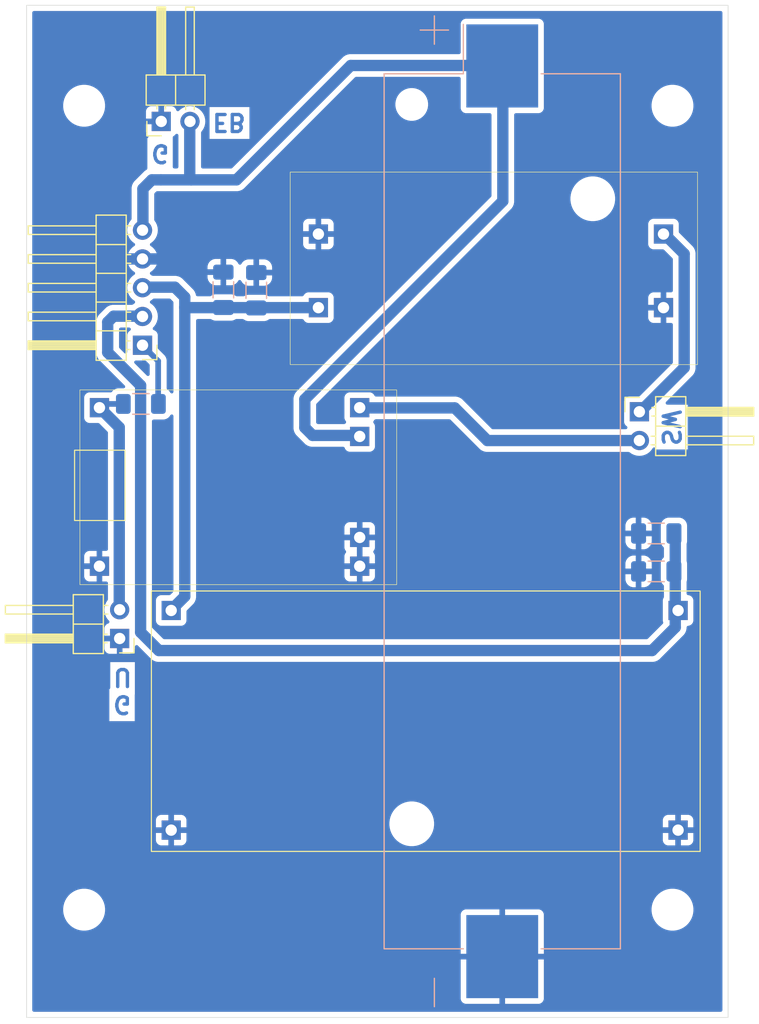
<source format=kicad_pcb>
(kicad_pcb (version 20240108) (generator "pcbnew") (generator_version "8.0")
  (layers (0 "F.Cu" signal) (31 "B.Cu" signal) (34 "B.Paste" user) (35 "F.Paste" user) (36 "B.SilkS" user "B.Silkscreen") (37 "F.SilkS" user "F.Silkscreen") (38 "B.Mask" user) (39 "F.Mask" user) (44 "Edge.Cuts" user))
  (net 0 "")
  (net 1 "GND")
  (net 2 "+BATT")
  (net 3 "+5V")
  (net 4 "+3.3V")
  (net 5 "VBUS")
  (net 6 "Net-(SW1-B)")
  (net 7 "Net-(SW1-A)")
  (footprint "0a_pow:MT3608_step-up_DC-DC" (layer "F.Cu") (at 101.33 82.796 180)
    (property "Reference" "U2" (hide yes))
    (property "Value" "Step-up DC-DC")
    (fp_rect (start -3.01 -5.03) (end 32.99 11.97) (stroke (width 0.05)) (fill none) (layer "F.SilkS"))
    (pad "1" thru_hole rect (at 0 6.5 180) (size 1.7 1.7) (drill 1) (layers "*.Cu" "*.Mask") (net 7 "Net-(SW1-A)"))
    (pad "2" thru_hole rect (at 0 0 180) (size 1.7 1.7) (drill 1) (layers "*.Cu" "*.Mask") (net 1 "GND"))
    (pad "3" thru_hole rect (at 30.5 0 180) (size 1.7 1.7) (drill 1) (layers "*.Cu" "*.Mask") (net 3 "+5V"))
    (pad "4" thru_hole rect (at 30.5 6.5 180) (size 1.7 1.7) (drill 1) (layers "*.Cu" "*.Mask") (net 1 "GND"))
  )
  (footprint "MountingHole:MountingHole_3.2mm_M3" (layer "F.Cu") (at 50.125 135.965)
    (property "Reference" "H3" (hide yes))
    (property "Value" "MountingHole" (hide yes))
    (pad "" np_thru_hole circle (at 0 0) (size 3.2 3.2) (drill 3.2) (layers "F&B.Cu" "*.Mask"))
  )
  (footprint "MountingHole:MountingHole_3.2mm_M3" (layer "F.Cu") (at 102.125 64.965)
    (property "Reference" "H2" (hide yes))
    (property "Value" "MountingHole" (hide yes))
    (pad "" np_thru_hole circle (at 0 0) (size 3.2 3.2) (drill 3.2) (layers "F&B.Cu" "*.Mask"))
  )
  (footprint "MountingHole:MountingHole_3.2mm_M3" (layer "F.Cu") (at 50.125 64.965)
    (property "Reference" "H1" (hide yes))
    (property "Value" "MountingHole" (hide yes))
    (pad "" np_thru_hole circle (at 0 0) (size 3.2 3.2) (drill 3.2) (layers "F&B.Cu" "*.Mask"))
  )
  (footprint "MountingHole:MountingHole_3.2mm_M3" (layer "F.Cu") (at 102.125 135.965)
    (property "Reference" "H4" (hide yes))
    (property "Value" "MountingHole" (hide yes))
    (pad "" np_thru_hole circle (at 0 0) (size 3.2 3.2) (drill 3.2) (layers "F&B.Cu" "*.Mask"))
  )
  (footprint "Connector_PinHeader_2.54mm:PinHeader_1x02_P2.54mm_Horizontal" (layer "F.Cu") (at 53.265 112.015 180)
    (property "Reference" "J2" (hide yes))
    (property "Value" "EXT_USB" (hide yes))
    (fp_line (start 10.1 2.92) (end 4.1 2.92) (stroke (width 0.12)) (layer "F.SilkS"))
    (fp_line (start 10.1 2.16) (end 10.1 2.92) (stroke (width 0.12)) (layer "F.SilkS"))
    (fp_line (start 10.1 0.38) (end 4.1 0.38) (stroke (width 0.12)) (layer "F.SilkS"))
    (fp_line (start 10.1 -0.38) (end 10.1 0.38) (stroke (width 0.12)) (layer "F.SilkS"))
    (fp_line (start 4.1 3.87) (end 4.1 -1.33) (stroke (width 0.12)) (layer "F.SilkS"))
    (fp_line (start 4.1 2.16) (end 10.1 2.16) (stroke (width 0.12)) (layer "F.SilkS"))
    (fp_line (start 4.1 0.28) (end 10.1 0.28) (stroke (width 0.12)) (layer "F.SilkS"))
    (fp_line (start 4.1 0.16) (end 10.1 0.16) (stroke (width 0.12)) (layer "F.SilkS"))
    (fp_line (start 4.1 0.04) (end 10.1 0.04) (stroke (width 0.12)) (layer "F.SilkS"))
    (fp_line (start 4.1 -0.08) (end 10.1 -0.08) (stroke (width 0.12)) (layer "F.SilkS"))
    (fp_line (start 4.1 -0.2) (end 10.1 -0.2) (stroke (width 0.12)) (layer "F.SilkS"))
    (fp_line (start 4.1 -0.32) (end 10.1 -0.32) (stroke (width 0.12)) (layer "F.SilkS"))
    (fp_line (start 4.1 -0.38) (end 10.1 -0.38) (stroke (width 0.12)) (layer "F.SilkS"))
    (fp_line (start 4.1 -1.33) (end 1.44 -1.33) (stroke (width 0.12)) (layer "F.SilkS"))
    (fp_line (start 1.44 3.87) (end 4.1 3.87) (stroke (width 0.12)) (layer "F.SilkS"))
    (fp_line (start 1.44 1.27) (end 4.1 1.27) (stroke (width 0.12)) (layer "F.SilkS"))
    (fp_line (start 1.44 -1.33) (end 1.44 3.87) (stroke (width 0.12)) (layer "F.SilkS"))
    (fp_line (start 1.11 0.38) (end 1.44 0.38) (stroke (width 0.12)) (layer "F.SilkS"))
    (fp_line (start 1.11 -0.38) (end 1.44 -0.38) (stroke (width 0.12)) (layer "F.SilkS"))
    (fp_line (start 1.042929 2.92) (end 1.44 2.92) (stroke (width 0.12)) (layer "F.SilkS"))
    (fp_line (start 1.042929 2.16) (end 1.44 2.16) (stroke (width 0.12)) (layer "F.SilkS"))
    (fp_line (start -1.27 0) (end -1.27 -1.27) (stroke (width 0.12)) (layer "F.SilkS"))
    (fp_line (start -1.27 -1.27) (end 0 -1.27) (stroke (width 0.12)) (layer "F.SilkS"))
    (pad "1" thru_hole rect (at 0 0 180) (size 1.7 1.7) (drill 1) (layers "*.Cu" "*.Mask") (net 1 "GND"))
    (pad "2" thru_hole oval (at 0 2.54 180) (size 1.7 1.7) (drill 1) (layers "*.Cu" "*.Mask") (net 5 "VBUS"))
  )
  (footprint "Connector_PinHeader_2.54mm:PinHeader_1x02_P2.54mm_Horizontal" (layer "F.Cu") (at 99.2 91.99)
    (property "Reference" "SW1" (hide yes))
    (property "Value" "SW_SPST" (hide yes))
    (fp_line (start -1.27 -1.27) (end 0 -1.27) (stroke (width 0.12)) (layer "F.SilkS"))
    (fp_line (start -1.27 0) (end -1.27 -1.27) (stroke (width 0.12)) (layer "F.SilkS"))
    (fp_line (start 1.042929 2.16) (end 1.44 2.16) (stroke (width 0.12)) (layer "F.SilkS"))
    (fp_line (start 1.042929 2.92) (end 1.44 2.92) (stroke (width 0.12)) (layer "F.SilkS"))
    (fp_line (start 1.11 -0.38) (end 1.44 -0.38) (stroke (width 0.12)) (layer "F.SilkS"))
    (fp_line (start 1.11 0.38) (end 1.44 0.38) (stroke (width 0.12)) (layer "F.SilkS"))
    (fp_line (start 1.44 -1.33) (end 1.44 3.87) (stroke (width 0.12)) (layer "F.SilkS"))
    (fp_line (start 1.44 1.27) (end 4.1 1.27) (stroke (width 0.12)) (layer "F.SilkS"))
    (fp_line (start 1.44 3.87) (end 4.1 3.87) (stroke (width 0.12)) (layer "F.SilkS"))
    (fp_line (start 4.1 -1.33) (end 1.44 -1.33) (stroke (width 0.12)) (layer "F.SilkS"))
    (fp_line (start 4.1 -0.38) (end 10.1 -0.38) (stroke (width 0.12)) (layer "F.SilkS"))
    (fp_line (start 4.1 -0.32) (end 10.1 -0.32) (stroke (width 0.12)) (layer "F.SilkS"))
    (fp_line (start 4.1 -0.2) (end 10.1 -0.2) (stroke (width 0.12)) (layer "F.SilkS"))
    (fp_line (start 4.1 -0.08) (end 10.1 -0.08) (stroke (width 0.12)) (layer "F.SilkS"))
    (fp_line (start 4.1 0.04) (end 10.1 0.04) (stroke (width 0.12)) (layer "F.SilkS"))
    (fp_line (start 4.1 0.16) (end 10.1 0.16) (stroke (width 0.12)) (layer "F.SilkS"))
    (fp_line (start 4.1 0.28) (end 10.1 0.28) (stroke (width 0.12)) (layer "F.SilkS"))
    (fp_line (start 4.1 2.16) (end 10.1 2.16) (stroke (width 0.12)) (layer "F.SilkS"))
    (fp_line (start 4.1 3.87) (end 4.1 -1.33) (stroke (width 0.12)) (layer "F.SilkS"))
    (fp_line (start 10.1 -0.38) (end 10.1 0.38) (stroke (width 0.12)) (layer "F.SilkS"))
    (fp_line (start 10.1 0.38) (end 4.1 0.38) (stroke (width 0.12)) (layer "F.SilkS"))
    (fp_line (start 10.1 2.16) (end 10.1 2.92) (stroke (width 0.12)) (layer "F.SilkS"))
    (fp_line (start 10.1 2.92) (end 4.1 2.92) (stroke (width 0.12)) (layer "F.SilkS"))
    (pad "1" thru_hole rect (at 0 0) (size 1.7 1.7) (drill 1) (layers "*.Cu" "*.Mask") (net 7 "Net-(SW1-A)"))
    (pad "2" thru_hole oval (at 0 2.54) (size 1.7 1.7) (drill 1) (layers "*.Cu" "*.Mask") (net 6 "Net-(SW1-B)"))
  )
  (footprint "Connector_PinHeader_2.54mm:PinHeader_1x05_P2.54mm_Horizontal" (layer "F.Cu") (at 55.285 86.115 180)
    (property "Reference" "J1" (hide yes))
    (property "Value" "POWER IN" (hide yes))
    (fp_line (start 10.1 10.54) (end 4.1 10.54) (stroke (width 0.12)) (layer "F.SilkS"))
    (fp_line (start 10.1 9.78) (end 10.1 10.54) (stroke (width 0.12)) (layer "F.SilkS"))
    (fp_line (start 10.1 8) (end 4.1 8) (stroke (width 0.12)) (layer "F.SilkS"))
    (fp_line (start 10.1 7.24) (end 10.1 8) (stroke (width 0.12)) (layer "F.SilkS"))
    (fp_line (start 10.1 5.46) (end 4.1 5.46) (stroke (width 0.12)) (layer "F.SilkS"))
    (fp_line (start 10.1 4.7) (end 10.1 5.46) (stroke (width 0.12)) (layer "F.SilkS"))
    (fp_line (start 10.1 2.92) (end 4.1 2.92) (stroke (width 0.12)) (layer "F.SilkS"))
    (fp_line (start 10.1 2.16) (end 10.1 2.92) (stroke (width 0.12)) (layer "F.SilkS"))
    (fp_line (start 10.1 0.38) (end 4.1 0.38) (stroke (width 0.12)) (layer "F.SilkS"))
    (fp_line (start 10.1 -0.38) (end 10.1 0.38) (stroke (width 0.12)) (layer "F.SilkS"))
    (fp_line (start 4.1 11.49) (end 4.1 -1.33) (stroke (width 0.12)) (layer "F.SilkS"))
    (fp_line (start 4.1 9.78) (end 10.1 9.78) (stroke (width 0.12)) (layer "F.SilkS"))
    (fp_line (start 4.1 7.24) (end 10.1 7.24) (stroke (width 0.12)) (layer "F.SilkS"))
    (fp_line (start 4.1 4.7) (end 10.1 4.7) (stroke (width 0.12)) (layer "F.SilkS"))
    (fp_line (start 4.1 2.16) (end 10.1 2.16) (stroke (width 0.12)) (layer "F.SilkS"))
    (fp_line (start 4.1 0.28) (end 10.1 0.28) (stroke (width 0.12)) (layer "F.SilkS"))
    (fp_line (start 4.1 0.16) (end 10.1 0.16) (stroke (width 0.12)) (layer "F.SilkS"))
    (fp_line (start 4.1 0.04) (end 10.1 0.04) (stroke (width 0.12)) (layer "F.SilkS"))
    (fp_line (start 4.1 -0.08) (end 10.1 -0.08) (stroke (width 0.12)) (layer "F.SilkS"))
    (fp_line (start 4.1 -0.2) (end 10.1 -0.2) (stroke (width 0.12)) (layer "F.SilkS"))
    (fp_line (start 4.1 -0.32) (end 10.1 -0.32) (stroke (width 0.12)) (layer "F.SilkS"))
    (fp_line (start 4.1 -0.38) (end 10.1 -0.38) (stroke (width 0.12)) (layer "F.SilkS"))
    (fp_line (start 4.1 -1.33) (end 1.44 -1.33) (stroke (width 0.12)) (layer "F.SilkS"))
    (fp_line (start 1.44 11.49) (end 4.1 11.49) (stroke (width 0.12)) (layer "F.SilkS"))
    (fp_line (start 1.44 8.89) (end 4.1 8.89) (stroke (width 0.12)) (layer "F.SilkS"))
    (fp_line (start 1.44 6.35) (end 4.1 6.35) (stroke (width 0.12)) (layer "F.SilkS"))
    (fp_line (start 1.44 3.81) (end 4.1 3.81) (stroke (width 0.12)) (layer "F.SilkS"))
    (fp_line (start 1.44 1.27) (end 4.1 1.27) (stroke (width 0.12)) (layer "F.SilkS"))
    (fp_line (start 1.44 -1.33) (end 1.44 11.49) (stroke (width 0.12)) (layer "F.SilkS"))
    (fp_line (start 1.11 0.38) (end 1.44 0.38) (stroke (width 0.12)) (layer "F.SilkS"))
    (fp_line (start 1.11 -0.38) (end 1.44 -0.38) (stroke (width 0.12)) (layer "F.SilkS"))
    (fp_line (start 1.042929 10.54) (end 1.44 10.54) (stroke (width 0.12)) (layer "F.SilkS"))
    (fp_line (start 1.042929 9.78) (end 1.44 9.78) (stroke (width 0.12)) (layer "F.SilkS"))
    (fp_line (start 1.042929 8) (end 1.44 8) (stroke (width 0.12)) (layer "F.SilkS"))
    (fp_line (start 1.042929 7.24) (end 1.44 7.24) (stroke (width 0.12)) (layer "F.SilkS"))
    (fp_line (start 1.042929 5.46) (end 1.44 5.46) (stroke (width 0.12)) (layer "F.SilkS"))
    (fp_line (start 1.042929 4.7) (end 1.44 4.7) (stroke (width 0.12)) (layer "F.SilkS"))
    (fp_line (start 1.042929 2.92) (end 1.44 2.92) (stroke (width 0.12)) (layer "F.SilkS"))
    (fp_line (start 1.042929 2.16) (end 1.44 2.16) (stroke (width 0.12)) (layer "F.SilkS"))
    (fp_line (start -1.27 0) (end -1.27 -1.27) (stroke (width 0.12)) (layer "F.SilkS"))
    (fp_line (start -1.27 -1.27) (end 0 -1.27) (stroke (width 0.12)) (layer "F.SilkS"))
    (pad "1" thru_hole rect (at 0 0 180) (size 1.7 1.7) (drill 1) (layers "*.Cu" "*.Mask") (net 5 "VBUS"))
    (pad "2" thru_hole oval (at 0 2.54 180) (size 1.7 1.7) (drill 1) (layers "*.Cu" "*.Mask") (net 4 "+3.3V"))
    (pad "3" thru_hole oval (at 0 5.08 180) (size 1.7 1.7) (drill 1) (layers "*.Cu" "*.Mask") (net 3 "+5V"))
    (pad "4" thru_hole oval (at 0 7.62 180) (size 1.7 1.7) (drill 1) (layers "*.Cu" "*.Mask") (net 1 "GND") (thermal_bridge_width 1))
    (pad "5" thru_hole oval (at 0 10.16 180) (size 1.7 1.7) (drill 1) (layers "*.Cu" "*.Mask") (net 2 "+BATT"))
  )
  (footprint "0a_pow:LM2596 step-down DC-DC module" (layer "F.Cu") (at 57.82 109.54)
    (property "Reference" "U3" (hide yes))
    (property "Value" "Step-down DC-DC" (hide yes))
    (fp_rect (start -1.75 -1.72) (end 46.75 21.28) (stroke (width 0.1)) (fill none) (layer "F.SilkS"))
    (pad "1" thru_hole rect (at 0 0) (size 1.7 1.7) (drill 1) (layers "*.Cu" "*.Mask") (net 3 "+5V"))
    (pad "2" thru_hole rect (at 0 19.4) (size 1.7 1.7) (drill 1) (layers "*.Cu" "*.Mask") (net 1 "GND"))
    (pad "3" thru_hole rect (at 44.8 0) (size 1.7 1.7) (drill 1) (layers "*.Cu" "*.Mask") (net 4 "+3.3V"))
    (pad "4" thru_hole rect (at 44.8 19.4) (size 1.7 1.7) (drill 1) (layers "*.Cu" "*.Mask") (net 1 "GND"))
  )
  (footprint "Connector_PinHeader_2.54mm:PinHeader_1x02_P2.54mm_Horizontal" (layer "F.Cu") (at 56.94 66.35 90)
    (property "Reference" "J3" (hide yes))
    (property "Value" "EXT_BAT" (hide yes))
    (fp_line (start 4.1 -1.33) (end 1.44 -1.33) (stroke (width 0.12)) (layer "F.SilkS"))
    (fp_line (start 1.44 -1.33) (end 1.44 3.87) (stroke (width 0.12)) (layer "F.SilkS"))
    (fp_line (start -1.27 -1.27) (end 0 -1.27) (stroke (width 0.12)) (layer "F.SilkS"))
    (fp_line (start 10.1 -0.38) (end 10.1 0.38) (stroke (width 0.12)) (layer "F.SilkS"))
    (fp_line (start 4.1 -0.38) (end 10.1 -0.38) (stroke (width 0.12)) (layer "F.SilkS"))
    (fp_line (start 1.11 -0.38) (end 1.44 -0.38) (stroke (width 0.12)) (layer "F.SilkS"))
    (fp_line (start 4.1 -0.32) (end 10.1 -0.32) (stroke (width 0.12)) (layer "F.SilkS"))
    (fp_line (start 4.1 -0.2) (end 10.1 -0.2) (stroke (width 0.12)) (layer "F.SilkS"))
    (fp_line (start 4.1 -0.08) (end 10.1 -0.08) (stroke (width 0.12)) (layer "F.SilkS"))
    (fp_line (start -1.27 0) (end -1.27 -1.27) (stroke (width 0.12)) (layer "F.SilkS"))
    (fp_line (start 4.1 0.04) (end 10.1 0.04) (stroke (width 0.12)) (layer "F.SilkS"))
    (fp_line (start 4.1 0.16) (end 10.1 0.16) (stroke (width 0.12)) (layer "F.SilkS"))
    (fp_line (start 4.1 0.28) (end 10.1 0.28) (stroke (width 0.12)) (layer "F.SilkS"))
    (fp_line (start 10.1 0.38) (end 4.1 0.38) (stroke (width 0.12)) (layer "F.SilkS"))
    (fp_line (start 1.11 0.38) (end 1.44 0.38) (stroke (width 0.12)) (layer "F.SilkS"))
    (fp_line (start 1.44 1.27) (end 4.1 1.27) (stroke (width 0.12)) (layer "F.SilkS"))
    (fp_line (start 10.1 2.16) (end 10.1 2.92) (stroke (width 0.12)) (layer "F.SilkS"))
    (fp_line (start 4.1 2.16) (end 10.1 2.16) (stroke (width 0.12)) (layer "F.SilkS"))
    (fp_line (start 1.042929 2.16) (end 1.44 2.16) (stroke (width 0.12)) (layer "F.SilkS"))
    (fp_line (start 10.1 2.92) (end 4.1 2.92) (stroke (width 0.12)) (layer "F.SilkS"))
    (fp_line (start 1.042929 2.92) (end 1.44 2.92) (stroke (width 0.12)) (layer "F.SilkS"))
    (fp_line (start 4.1 3.87) (end 4.1 -1.33) (stroke (width 0.12)) (layer "F.SilkS"))
    (fp_line (start 1.44 3.87) (end 4.1 3.87) (stroke (width 0.12)) (layer "F.SilkS"))
    (pad "1" thru_hole rect (at 0 0 90) (size 1.7 1.7) (drill 1) (layers "*.Cu" "*.Mask") (net 1 "GND"))
    (pad "2" thru_hole oval (at 0 2.54 90) (size 1.7 1.7) (drill 1) (layers "*.Cu" "*.Mask") (net 2 "+BATT"))
  )
  (footprint "0a_pow:TP4056_module_typeC" (layer "F.Cu") (at 51.48 91.63)
    (property "Reference" "U1" (hide yes))
    (property "Value" "Battery charger module" (hide yes))
    (fp_rect (start -2.2 3.755) (end 2.26 9.965) (stroke (width 0.1)) (fill none) (layer "F.SilkS"))
    (fp_rect (start -1.73 -1.57) (end 26.27 15.63) (stroke (width 0.05)) (fill none) (layer "F.SilkS"))
    (pad "1" thru_hole rect (at 0 0) (size 1.7 1.7) (drill 1) (layers "*.Cu" "*.Mask") (net 5 "VBUS"))
    (pad "2" thru_hole rect (at 0 14) (size 1.7 1.7) (drill 1) (layers "*.Cu" "*.Mask") (net 1 "GND"))
    (pad "3" thru_hole rect (at 23 0) (size 1.7 1.7) (drill 1) (layers "*.Cu" "*.Mask") (net 6 "Net-(SW1-B)"))
    (pad "4" thru_hole rect (at 23 14) (size 1.7 1.7) (drill 1) (layers "*.Cu" "*.Mask") (net 1 "GND"))
    (pad "5" thru_hole rect (at 23 2.54) (size 1.7 1.7) (drill 1) (layers "*.Cu" "*.Mask") (net 2 "+BATT"))
    (pad "6" thru_hole rect (at 23 11.46) (size 1.7 1.7) (drill 1) (layers "*.Cu" "*.Mask") (net 1 "GND"))
  )
  (footprint "Capacitor_SMD:C_1206_3216Metric_Pad1.33x1.80mm_HandSolder" (layer "B.Cu") (at 100.69 102.74 180)
    (property "Reference" "C4" (hide yes))
    (property "Value" "100n" (hide yes))
    (fp_line (start 0.711252 0.91) (end -0.711252 0.91) (stroke (width 0.12)) (layer "B.SilkS"))
    (fp_line (start 0.711252 -0.91) (end -0.711252 -0.91) (stroke (width 0.12)) (layer "B.SilkS"))
    (pad "1" smd roundrect (at -1.5625 0 180) (size 1.325 1.8) (layers "B.Cu" "B.Paste" "B.Mask") (roundrect_rratio 0.188679) (net 4 "+3.3V"))
    (pad "2" smd roundrect (at 1.5625 0 180) (size 1.325 1.8) (layers "B.Cu" "B.Paste" "B.Mask") (roundrect_rratio 0.188679) (net 1 "GND"))
  )
  (footprint "Battery:BatteryHolder_Keystone_1042_1x18650" (layer "B.Cu") (at 87.08 100.78 -90)
    (property "Reference" "BT1" (hide yes))
    (property "Value" "Battery_Cell" (hide yes))
    (fp_line (start -38.64 10.44) (end 38.64 10.44) (stroke (width 0.12)) (layer "B.SilkS"))
    (fp_line (start 38.64 10.42) (end 38.64 3.44) (stroke (width 0.12)) (layer "B.SilkS"))
    (fp_line (start -42.5 7.25) (end -42.5 4.75) (stroke (width 0.12)) (layer "B.SilkS"))
    (fp_line (start -41.25 6) (end -43.75 6) (stroke (width 0.12)) (layer "B.SilkS"))
    (fp_line (start 41.25 6) (end 43.75 6) (stroke (width 0.12)) (layer "B.SilkS"))
    (fp_line (start -43 3.44) (end -38.64 3.44) (stroke (width 0.12)) (layer "B.SilkS"))
    (fp_line (start -38.64 3.44) (end -38.64 10.44) (stroke (width 0.12)) (layer "B.SilkS"))
    (fp_line (start -38.64 -3.44) (end -38.64 -10.44) (stroke (width 0.12)) (layer "B.SilkS"))
    (fp_line (start -38.64 -10.44) (end 38.64 -10.44) (stroke (width 0.12)) (layer "B.SilkS"))
    (fp_line (start 38.64 -10.44) (end 38.64 -3.44) (stroke (width 0.12)) (layer "B.SilkS"))
    (pad "" np_thru_hole circle (at -35.93 8 270) (size 2.39 2.39) (drill 2.39) (layers "*.Cu" "*.Mask"))
    (pad "" np_thru_hole circle (at -27.6 -8 270) (size 3.45 3.45) (drill 3.45) (layers "*.Cu" "*.Mask"))
    (pad "" np_thru_hole circle (at 27.6 8 270) (size 3.45 3.45) (drill 3.45) (layers "*.Cu" "*.Mask"))
    (pad "1" smd rect (at -39.33 0 270) (size 7.34 6.35) (layers "B.Cu" "B.Paste" "B.Mask") (net 2 "+BATT"))
    (pad "2" smd rect (at 39.33 0 270) (size 7.34 6.35) (layers "B.Cu" "B.Paste" "B.Mask") (net 1 "GND"))
  )
  (footprint "Capacitor_SMD:C_1206_3216Metric_Pad1.33x1.80mm_HandSolder" (layer "B.Cu") (at 100.69 106.09 180)
    (property "Reference" "C5" (hide yes))
    (property "Value" "22u" (hide yes))
    (fp_line (start 0.711252 0.91) (end -0.711252 0.91) (stroke (width 0.12)) (layer "B.SilkS"))
    (fp_line (start 0.711252 -0.91) (end -0.711252 -0.91) (stroke (width 0.12)) (layer "B.SilkS"))
    (pad "1" smd roundrect (at -1.5625 0 180) (size 1.325 1.8) (layers "B.Cu" "B.Paste" "B.Mask") (roundrect_rratio 0.188679) (net 4 "+3.3V"))
    (pad "2" smd roundrect (at 1.5625 0 180) (size 1.325 1.8) (layers "B.Cu" "B.Paste" "B.Mask") (roundrect_rratio 0.188679) (net 1 "GND"))
  )
  (footprint "Resistor_SMD:R_1206_3216Metric_Pad1.30x1.75mm_HandSolder" (layer "B.Cu") (at 55.14 91.3)
    (property "Reference" "R1" (hide yes))
    (property "Value" "0R" (hide yes))
    (fp_line (start 0.727064 -0.91) (end -0.727064 -0.91) (stroke (width 0.12)) (layer "B.SilkS"))
    (fp_line (start 0.727064 0.91) (end -0.727064 0.91) (stroke (width 0.12)) (layer "B.SilkS"))
    (pad "1" smd roundrect (at -1.55 0) (size 1.3 1.75) (layers "B.Cu" "B.Paste" "B.Mask") (roundrect_rratio 0.192308) (net 5 "VBUS"))
    (pad "2" smd roundrect (at 1.55 0) (size 1.3 1.75) (layers "B.Cu" "B.Paste" "B.Mask") (roundrect_rratio 0.192308) (net 5 "VBUS"))
  )
  (footprint "Capacitor_SMD:C_1206_3216Metric_Pad1.33x1.80mm_HandSolder" (layer "B.Cu") (at 62.43 81.22 90)
    (property "Reference" "C2" (hide yes))
    (property "Value" "22u" (hide yes))
    (fp_line (start 0.711252 -0.91) (end -0.711252 -0.91) (stroke (width 0.12)) (layer "B.SilkS"))
    (fp_line (start 0.711252 0.91) (end -0.711252 0.91) (stroke (width 0.12)) (layer "B.SilkS"))
    (pad "1" smd roundrect (at -1.5625 0 90) (size 1.325 1.8) (layers "B.Cu" "B.Paste" "B.Mask") (roundrect_rratio 0.188679) (net 3 "+5V"))
    (pad "2" smd roundrect (at 1.5625 0 90) (size 1.325 1.8) (layers "B.Cu" "B.Paste" "B.Mask") (roundrect_rratio 0.188679) (net 1 "GND"))
  )
  (footprint "Capacitor_SMD:C_1206_3216Metric_Pad1.33x1.80mm_HandSolder" (layer "B.Cu") (at 65.34 81.26 90)
    (property "Reference" "C1" (hide yes))
    (property "Value" "100n" (hide yes))
    (fp_line (start 0.711252 -0.91) (end -0.711252 -0.91) (stroke (width 0.12)) (layer "B.SilkS"))
    (fp_line (start 0.711252 0.91) (end -0.711252 0.91) (stroke (width 0.12)) (layer "B.SilkS"))
    (pad "1" smd roundrect (at -1.5625 0 90) (size 1.325 1.8) (layers "B.Cu" "B.Paste" "B.Mask") (roundrect_rratio 0.188679) (net 3 "+5V"))
    (pad "2" smd roundrect (at 1.5625 0 90) (size 1.325 1.8) (layers "B.Cu" "B.Paste" "B.Mask") (roundrect_rratio 0.188679) (net 1 "GND"))
  )
  (gr_rect (start 45.04 56.095) (end 107.04 145.485) (stroke (width 0.05)) (fill none) (layer "Edge.Cuts"))
  (gr_text "EB" (at 61.31 65.54 180) (layer "B.Cu") (effects (font (size 1.5 1.5) (thickness 0.3) (bold yes)) (justify left bottom mirror)))
  (gr_text "U" (at 52.54 114.56 180) (layer "B.Cu") (effects (font (size 1.5 1.5) (thickness 0.3) (bold yes)) (justify left bottom mirror)))
  (gr_text "G" (at 55.89 68.3 180) (layer "B.Cu") (effects (font (size 1.5 1.5) (thickness 0.3) (bold yes)) (justify left bottom mirror)))
  (gr_text "G" (at 52.53 116.96 180) (layer "B.Cu") (effects (font (size 1.5 1.5) (thickness 0.3) (bold yes)) (justify left bottom mirror)))
  (gr_text "SW" (at 101.11 95.15 -90) (layer "B.Cu") (effects (font (size 1.5 1.5) (thickness 0.3) (bold yes)) (justify left bottom mirror)))
  (segment (start 59.58 71.51) (end 56.91 71.51) (width 1) (layer "B.Cu") (net 2))
  (segment (start 56.11 71.51) (end 55.32 72.3) (width 1) (layer "B.Cu") (net 2))
  (segment (start 56.91 71.51) (end 56.11 71.51) (width 1) (layer "B.Cu") (net 2))
  (segment (start 86.4 61.41) (end 73.69 61.41) (width 1) (layer "B.Cu") (net 2))
  (segment (start 59.46 66.27) (end 59.46 71.39) (width 1) (layer "B.Cu") (net 2))
  (segment (start 59.46 71.39) (end 59.58 71.51) (width 1) (layer "B.Cu") (net 2))
  (segment (start 87.13 73.39) (end 69.63 90.89) (width 1) (layer "B.Cu") (net 2))
  (segment (start 73.69 61.41) (end 63.59 71.51) (width 1) (layer "B.Cu") (net 2))
  (segment (start 69.63 93.39) (end 70.32 94.08) (width 1) (layer "B.Cu") (net 2))
  (segment (start 55.32 72.3) (end 55.32 75.95) (width 1) (layer "B.Cu") (net 2))
  (segment (start 69.63 90.89) (end 69.63 93.39) (width 1) (layer "B.Cu") (net 2))
  (segment (start 63.59 71.51) (end 59.58 71.51) (width 1) (layer "B.Cu") (net 2))
  (segment (start 55.32 75.95) (end 55.33 75.96) (width 1) (layer "B.Cu") (net 2))
  (segment (start 70.32 94.08) (end 74.73 94.08) (width 1) (layer "B.Cu") (net 2))
  (segment (start 87.13 62.05) (end 87.13 73.39) (width 1) (layer "B.Cu") (net 2))
  (segment (start 59.046 82.796) (end 59.02 82.77) (width 1) (layer "B.Cu") (net 3))
  (segment (start 59.02 108.3) (end 59.02 82.77) (width 1) (layer "B.Cu") (net 3))
  (segment (start 70.86 82.73) (end 70.794 82.796) (width 1) (layer "B.Cu") (net 3))
  (segment (start 59.02 81.87) (end 58.14 80.99) (width 1) (layer "B.Cu") (net 3))
  (segment (start 57.95 109.37) (end 59.02 108.3) (width 1) (layer "B.Cu") (net 3))
  (segment (start 70.794 82.796) (end 59.046 82.796) (width 1) (layer "B.Cu") (net 3))
  (segment (start 58.14 80.99) (end 55.31 80.99) (width 1) (layer "B.Cu") (net 3))
  (segment (start 59.02 82.77) (end 59.02 81.87) (width 1) (layer "B.Cu") (net 3))
  (segment (start 52.21 84.07) (end 52.21 86.754) (width 1) (layer "B.Cu") (net 4))
  (segment (start 55.22 83.55) (end 52.73 83.55) (width 1) (layer "B.Cu") (net 4))
  (segment (start 55.26 83.59) (end 55.22 83.55) (width 1) (layer "B.Cu") (net 4))
  (segment (start 100.32 113.08) (end 102.37 111.03) (width 1) (layer "B.Cu") (net 4))
  (segment (start 55.118 89.662) (end 55.118 111.468) (width 1) (layer "B.Cu") (net 4))
  (segment (start 102.37 111.03) (end 102.37 102.64) (width 1) (layer "B.Cu") (net 4))
  (segment (start 55.118 111.468) (end 56.73 113.08) (width 1) (layer "B.Cu") (net 4))
  (segment (start 52.21 86.754) (end 55.118 89.662) (width 1) (layer "B.Cu") (net 4))
  (segment (start 56.73 113.08) (end 100.32 113.08) (width 1) (layer "B.Cu") (net 4))
  (segment (start 52.73 83.55) (end 52.21 84.07) (width 1) (layer "B.Cu") (net 4))
  (segment (start 53.59 91.3) (end 51.22 91.3) (width 0.5) (layer "B.Cu") (net 5))
  (segment (start 51.27 91.41) (end 53.23 93.37) (width 1) (layer "B.Cu") (net 5))
  (segment (start 53.23 93.37) (end 53.23 108.94) (width 1) (layer "B.Cu") (net 5))
  (segment (start 51.22 91.3) (end 51.17 91.35) (width 0.5) (layer "B.Cu") (net 5))
  (segment (start 56.668 91.694) (end 56.668 87.508) (width 0.5) (layer "B.Cu") (net 5))
  (segment (start 51.27 91.3) (end 51.27 91.41) (width 1) (layer "B.Cu") (net 5))
  (segment (start 56.668 87.508) (end 55.31 86.15) (width 0.5) (layer "B.Cu") (net 5))
  (segment (start 74.53 91.65) (end 74.46 91.58) (width 1) (layer "B.Cu") (net 6))
  (segment (start 85.765 94.535) (end 82.88 91.65) (width 1) (layer "B.Cu") (net 6))
  (segment (start 99.2 94.5) (end 99.165 94.535) (width 1) (layer "B.Cu") (net 6))
  (segment (start 82.88 91.65) (end 74.53 91.65) (width 1) (layer "B.Cu") (net 6))
  (segment (start 99.165 94.535) (end 85.765 94.535) (width 1) (layer "B.Cu") (net 6))
  (segment (start 99.39 91.87) (end 99.39 91.89) (width 1) (layer "B.Cu") (net 7))
  (segment (start 103.16 78.05) (end 103.16 88.1) (width 1) (layer "B.Cu") (net 7))
  (segment (start 103.16 88.1) (end 99.39 91.87) (width 1) (layer "B.Cu") (net 7))
  (segment (start 101.3 76.19) (end 103.16 78.05) (width 1) (layer "B.Cu") (net 7))
  (zone (net 1) (net_name "GND") (layer "B.Cu") (connect_pads (clearance 0.5)) (min_thickness 0.3) (fill yes (thermal_gap 0.5) (thermal_bridge_width 0.5) (island_removal_mode 2) (island_area_min 1))
    (polygon (pts (xy 44.704 55.626) (xy 107.696 55.626) (xy 107.442 146.05) (xy 44.45 146.05)))
  )
)
</source>
